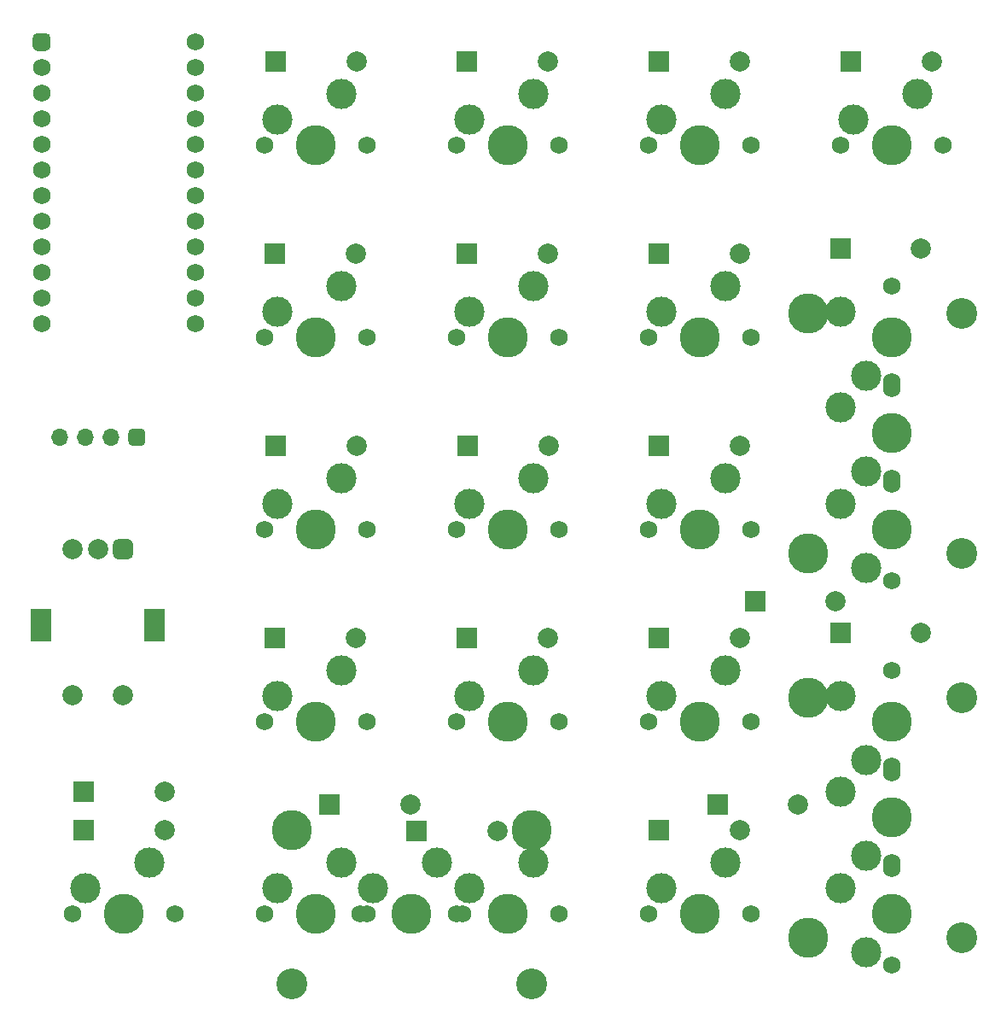
<source format=gts>
G04 #@! TF.GenerationSoftware,KiCad,Pcbnew,5.99.0+really5.1.10+dfsg1-1*
G04 #@! TF.CreationDate,2021-06-09T13:14:23-04:00*
G04 #@! TF.ProjectId,fake_duck,66616b65-5f64-4756-936b-2e6b69636164,rev?*
G04 #@! TF.SameCoordinates,Original*
G04 #@! TF.FileFunction,Soldermask,Top*
G04 #@! TF.FilePolarity,Negative*
%FSLAX46Y46*%
G04 Gerber Fmt 4.6, Leading zero omitted, Abs format (unit mm)*
G04 Created by KiCad (PCBNEW 5.99.0+really5.1.10+dfsg1-1) date 2021-06-09 13:14:23*
%MOMM*%
%LPD*%
G01*
G04 APERTURE LIST*
%ADD10C,1.750000*%
%ADD11C,3.000000*%
%ADD12C,3.987800*%
%ADD13O,1.700000X1.700000*%
%ADD14C,3.048000*%
%ADD15R,2.000000X2.000000*%
%ADD16C,2.000000*%
%ADD17C,1.752600*%
%ADD18R,2.000000X3.200000*%
G04 APERTURE END LIST*
D10*
X93091000Y-78486000D03*
X93091000Y-88646000D03*
D11*
X90551000Y-87376000D03*
D12*
X93091000Y-83566000D03*
D11*
X88011000Y-81026000D03*
D10*
X50546000Y-93091000D03*
X40386000Y-93091000D03*
D11*
X41656000Y-90551000D03*
D12*
X45466000Y-93091000D03*
D11*
X48006000Y-88011000D03*
D10*
X93091000Y-40386000D03*
X93091000Y-50546000D03*
D11*
X90551000Y-49276000D03*
D12*
X93091000Y-45466000D03*
D11*
X88011000Y-42926000D03*
D13*
X10604500Y-45847000D03*
X13144500Y-45847000D03*
X15684500Y-45847000D03*
G36*
G01*
X17799500Y-44997000D02*
X18649500Y-44997000D01*
G75*
G02*
X19074500Y-45422000I0J-425000D01*
G01*
X19074500Y-46272000D01*
G75*
G02*
X18649500Y-46697000I-425000J0D01*
G01*
X17799500Y-46697000D01*
G75*
G02*
X17374500Y-46272000I0J425000D01*
G01*
X17374500Y-45422000D01*
G75*
G02*
X17799500Y-44997000I425000J0D01*
G01*
G37*
D12*
X93091000Y-83566000D03*
D10*
X93091000Y-78486000D03*
X93091000Y-88646000D03*
D14*
X100076000Y-71659750D03*
X100076000Y-95472250D03*
D12*
X84836000Y-71659750D03*
X84836000Y-95472250D03*
X93091000Y-45466000D03*
D10*
X93091000Y-40386000D03*
X93091000Y-50546000D03*
D14*
X100076000Y-33559750D03*
X100076000Y-57372250D03*
D12*
X84836000Y-33559750D03*
X84836000Y-57372250D03*
X45466000Y-93091000D03*
D10*
X50546000Y-93091000D03*
X40386000Y-93091000D03*
D14*
X57372250Y-100076000D03*
X33559750Y-100076000D03*
D12*
X57372250Y-84836000D03*
X33559750Y-84836000D03*
D10*
X98171000Y-16891000D03*
X88011000Y-16891000D03*
D11*
X89281000Y-14351000D03*
D12*
X93091000Y-16891000D03*
D11*
X95631000Y-11811000D03*
D12*
X93091000Y-16891000D03*
D10*
X98171000Y-16891000D03*
X88011000Y-16891000D03*
X79121000Y-16891000D03*
X68961000Y-16891000D03*
D11*
X70231000Y-14351000D03*
D12*
X74041000Y-16891000D03*
D11*
X76581000Y-11811000D03*
D12*
X74041000Y-16891000D03*
D10*
X79121000Y-16891000D03*
X68961000Y-16891000D03*
X60071000Y-16891000D03*
X49911000Y-16891000D03*
D11*
X51181000Y-14351000D03*
D12*
X54991000Y-16891000D03*
D11*
X57531000Y-11811000D03*
D12*
X54991000Y-16891000D03*
D10*
X60071000Y-16891000D03*
X49911000Y-16891000D03*
X41021000Y-16891000D03*
X30861000Y-16891000D03*
D11*
X32131000Y-14351000D03*
D12*
X35941000Y-16891000D03*
D11*
X38481000Y-11811000D03*
D12*
X35941000Y-16891000D03*
D10*
X41021000Y-16891000D03*
X30861000Y-16891000D03*
X21971000Y-93091000D03*
X11811000Y-93091000D03*
D11*
X13081000Y-90551000D03*
D12*
X16891000Y-93091000D03*
D11*
X19431000Y-88011000D03*
D12*
X16891000Y-93091000D03*
D10*
X21971000Y-93091000D03*
X11811000Y-93091000D03*
D15*
X89091000Y-8636000D03*
D16*
X97091000Y-8636000D03*
D15*
X70041000Y-8636000D03*
D16*
X78041000Y-8636000D03*
D15*
X50991000Y-8636000D03*
D16*
X58991000Y-8636000D03*
D15*
X32004500Y-8636000D03*
D16*
X40004500Y-8636000D03*
D15*
X12954500Y-84836000D03*
D16*
X20954500Y-84836000D03*
D15*
X12954500Y-81026000D03*
D16*
X20954500Y-81026000D03*
D10*
X93091000Y-88011000D03*
X93091000Y-98171000D03*
D11*
X90551000Y-96901000D03*
D12*
X93091000Y-93091000D03*
D11*
X88011000Y-90551000D03*
D12*
X93091000Y-93091000D03*
D10*
X93091000Y-88011000D03*
X93091000Y-98171000D03*
X93091000Y-68961000D03*
X93091000Y-79121000D03*
D11*
X90551000Y-77851000D03*
D12*
X93091000Y-74041000D03*
D11*
X88011000Y-71501000D03*
D12*
X93091000Y-74041000D03*
D10*
X93091000Y-68961000D03*
X93091000Y-79121000D03*
X93091000Y-49911000D03*
X93091000Y-60071000D03*
D11*
X90551000Y-58801000D03*
D12*
X93091000Y-54991000D03*
D11*
X88011000Y-52451000D03*
D12*
X93091000Y-54991000D03*
D10*
X93091000Y-49911000D03*
X93091000Y-60071000D03*
X93091000Y-30861000D03*
X93091000Y-41021000D03*
D11*
X90551000Y-39751000D03*
D12*
X93091000Y-35941000D03*
D11*
X88011000Y-33401000D03*
D12*
X93091000Y-35941000D03*
D10*
X93091000Y-30861000D03*
X93091000Y-41021000D03*
D15*
X75819500Y-82232500D03*
D16*
X83819500Y-82232500D03*
D15*
X88011500Y-65214500D03*
D16*
X96011500Y-65214500D03*
D15*
X79566000Y-62103000D03*
D16*
X87566000Y-62103000D03*
D15*
X88011500Y-27178000D03*
D16*
X96011500Y-27178000D03*
D10*
X79121000Y-93091000D03*
X68961000Y-93091000D03*
D11*
X70231000Y-90551000D03*
D12*
X74041000Y-93091000D03*
D11*
X76581000Y-88011000D03*
D12*
X74041000Y-93091000D03*
D10*
X79121000Y-93091000D03*
X68961000Y-93091000D03*
X79121000Y-74041000D03*
X68961000Y-74041000D03*
D11*
X70231000Y-71501000D03*
D12*
X74041000Y-74041000D03*
D11*
X76581000Y-68961000D03*
D12*
X74041000Y-74041000D03*
D10*
X79121000Y-74041000D03*
X68961000Y-74041000D03*
X79121000Y-54991000D03*
X68961000Y-54991000D03*
D11*
X70231000Y-52451000D03*
D12*
X74041000Y-54991000D03*
D11*
X76581000Y-49911000D03*
D12*
X74041000Y-54991000D03*
D10*
X79121000Y-54991000D03*
X68961000Y-54991000D03*
X79121000Y-35941000D03*
X68961000Y-35941000D03*
D11*
X70231000Y-33401000D03*
D12*
X74041000Y-35941000D03*
D11*
X76581000Y-30861000D03*
D12*
X74041000Y-35941000D03*
D10*
X79121000Y-35941000D03*
X68961000Y-35941000D03*
X60071000Y-93091000D03*
X49911000Y-93091000D03*
D11*
X51181000Y-90551000D03*
D12*
X54991000Y-93091000D03*
D11*
X57531000Y-88011000D03*
D12*
X54991000Y-93091000D03*
D10*
X60071000Y-93091000D03*
X49911000Y-93091000D03*
X60071000Y-74041000D03*
X49911000Y-74041000D03*
D11*
X51181000Y-71501000D03*
D12*
X54991000Y-74041000D03*
D11*
X57531000Y-68961000D03*
D12*
X54991000Y-74041000D03*
D10*
X60071000Y-74041000D03*
X49911000Y-74041000D03*
X60071000Y-54991000D03*
X49911000Y-54991000D03*
D11*
X51181000Y-52451000D03*
D12*
X54991000Y-54991000D03*
D11*
X57531000Y-49911000D03*
D12*
X54991000Y-54991000D03*
D10*
X60071000Y-54991000D03*
X49911000Y-54991000D03*
X60071000Y-35941000D03*
X49911000Y-35941000D03*
D11*
X51181000Y-33401000D03*
D12*
X54991000Y-35941000D03*
D11*
X57531000Y-30861000D03*
D12*
X54991000Y-35941000D03*
D10*
X60071000Y-35941000D03*
X49911000Y-35941000D03*
X41021000Y-93091000D03*
X30861000Y-93091000D03*
D11*
X32131000Y-90551000D03*
D12*
X35941000Y-93091000D03*
D11*
X38481000Y-88011000D03*
D12*
X35941000Y-93091000D03*
D10*
X41021000Y-93091000D03*
X30861000Y-93091000D03*
X41021000Y-74041000D03*
X30861000Y-74041000D03*
D11*
X32131000Y-71501000D03*
D12*
X35941000Y-74041000D03*
D11*
X38481000Y-68961000D03*
D12*
X35941000Y-74041000D03*
D10*
X41021000Y-74041000D03*
X30861000Y-74041000D03*
X41021000Y-54991000D03*
X30861000Y-54991000D03*
D11*
X32131000Y-52451000D03*
D12*
X35941000Y-54991000D03*
D11*
X38481000Y-49911000D03*
D12*
X35941000Y-54991000D03*
D10*
X41021000Y-54991000D03*
X30861000Y-54991000D03*
X41021000Y-35941000D03*
X30861000Y-35941000D03*
D11*
X32131000Y-33401000D03*
D12*
X35941000Y-35941000D03*
D11*
X38481000Y-30861000D03*
D12*
X35941000Y-35941000D03*
D10*
X41021000Y-35941000D03*
X30861000Y-35941000D03*
D15*
X70041000Y-84836000D03*
D16*
X78041000Y-84836000D03*
D15*
X70041000Y-65786000D03*
D16*
X78041000Y-65786000D03*
D15*
X70041000Y-46736000D03*
D16*
X78041000Y-46736000D03*
D15*
X70041000Y-27686000D03*
D16*
X78041000Y-27686000D03*
D15*
X45974500Y-84899500D03*
D16*
X53974500Y-84899500D03*
D15*
X50991000Y-65786000D03*
D16*
X58991000Y-65786000D03*
D15*
X51054500Y-46736000D03*
D16*
X59054500Y-46736000D03*
D15*
X50991000Y-27686000D03*
D16*
X58991000Y-27686000D03*
D15*
X37338500Y-82232500D03*
D16*
X45338500Y-82232500D03*
D15*
X31941000Y-65786000D03*
D16*
X39941000Y-65786000D03*
D15*
X32004500Y-46736000D03*
D16*
X40004500Y-46736000D03*
D15*
X31941000Y-27686000D03*
D16*
X39941000Y-27686000D03*
D17*
X24003000Y-6667500D03*
X8763000Y-34607500D03*
X24003000Y-9207500D03*
X24003000Y-11747500D03*
X24003000Y-14287500D03*
X24003000Y-16827500D03*
X24003000Y-19367500D03*
X24003000Y-21907500D03*
X24003000Y-24447500D03*
X24003000Y-26987500D03*
X24003000Y-29527500D03*
X24003000Y-32067500D03*
X24003000Y-34607500D03*
X8763000Y-32067500D03*
X8763000Y-29527500D03*
X8763000Y-26987500D03*
X8763000Y-24447500D03*
X8763000Y-21907500D03*
X8763000Y-19367500D03*
X8763000Y-16827500D03*
X8763000Y-14287500D03*
X8763000Y-11747500D03*
X8763000Y-9207500D03*
G36*
G01*
X8324850Y-5791200D02*
X9201150Y-5791200D01*
G75*
G02*
X9639300Y-6229350I0J-438150D01*
G01*
X9639300Y-7105650D01*
G75*
G02*
X9201150Y-7543800I-438150J0D01*
G01*
X8324850Y-7543800D01*
G75*
G02*
X7886700Y-7105650I0J438150D01*
G01*
X7886700Y-6229350D01*
G75*
G02*
X8324850Y-5791200I438150J0D01*
G01*
G37*
D16*
X11851000Y-71452500D03*
X16851000Y-71452500D03*
D18*
X8751000Y-64452500D03*
X19951000Y-64452500D03*
D16*
X11851000Y-56952500D03*
X14351000Y-56952500D03*
G36*
G01*
X16351000Y-55952500D02*
X17351000Y-55952500D01*
G75*
G02*
X17851000Y-56452500I0J-500000D01*
G01*
X17851000Y-57452500D01*
G75*
G02*
X17351000Y-57952500I-500000J0D01*
G01*
X16351000Y-57952500D01*
G75*
G02*
X15851000Y-57452500I0J500000D01*
G01*
X15851000Y-56452500D01*
G75*
G02*
X16351000Y-55952500I500000J0D01*
G01*
G37*
M02*

</source>
